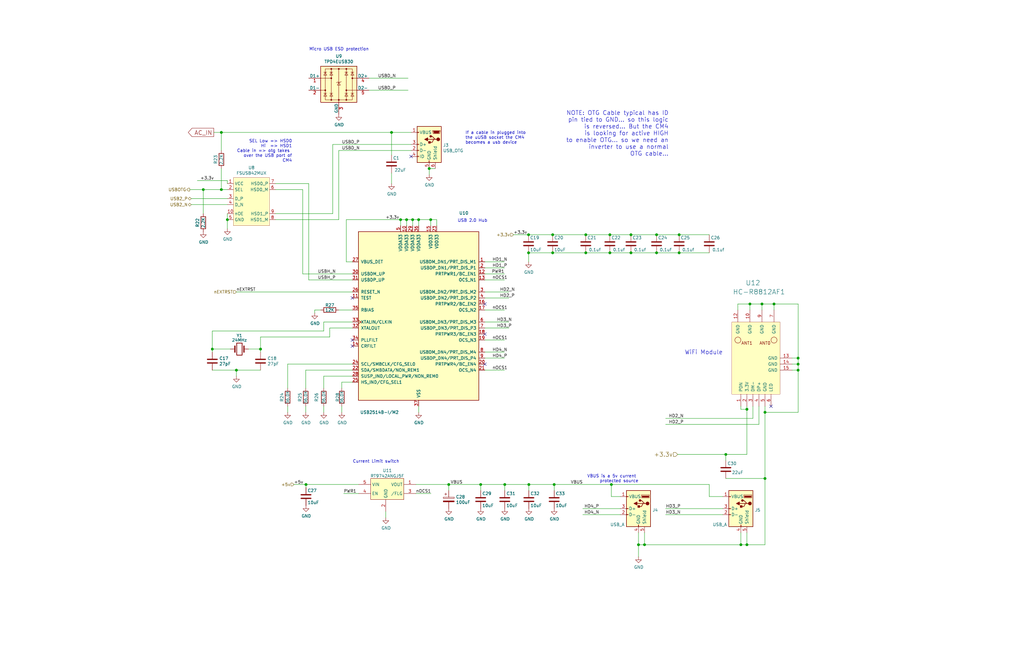
<source format=kicad_sch>
(kicad_sch (version 20210406) (generator eeschema)
  (paper "B")
  (title_block (title "ConnectBox HAT using RPi CM4") (date "2021-07-22") (rev "1.3") (comment 1 "JRA"))
  (lib_symbols
    (symbol "CM4IO:TPD4EUSB30" (pin_names (offset 0))
      (property "Reference" "U" (at -0.635 8.89 0))
      (property "Value" "TPD4EUSB30" (at 8.89 -10.16 0))
      (symbol "TPD4EUSB30_0_0"
        (rectangle (start -5.715 6.477) (end 5.715 -6.604))
        (polyline (pts (xy -3.175 -6.604) (xy -3.175 6.477)))
        (polyline (pts (xy 0 6.477) (xy 0 -6.604)))
        (polyline (pts (xy 3.175 6.477) (xy 3.175 -6.604)))
      )
      (symbol "TPD4EUSB30_0_1"
        (circle (center -5.715 -2.54) (radius 0.2794) (fill (type outline)))
        (circle (center -3.175 -6.604) (radius 0.2794) (fill (type outline)))
        (circle (center -3.175 2.54) (radius 0.2794) (fill (type outline)))
        (circle (center -3.175 6.477) (radius 0.2794) (fill (type outline)))
        (circle (center 0 -6.604) (radius 0.2794) (fill (type outline)))
        (circle (center 0 6.477) (radius 0.2794) (fill (type outline)))
        (circle (center 3.175 -6.604) (radius 0.2794) (fill (type outline)))
        (circle (center 3.175 -2.54) (radius 0.2794) (fill (type outline)))
        (circle (center 3.175 6.477) (radius 0.2794) (fill (type outline)))
        (circle (center 5.715 2.54) (radius 0.2794) (fill (type outline)))
        (rectangle (start -7.62 7.62) (end 7.62 -7.62) (stroke (width 0.254)) (fill (type background)))
        (polyline (pts (xy -7.747 2.54) (xy -3.175 2.54)))
        (polyline (pts (xy -7.62 -2.54) (xy -5.715 -2.54)))
        (polyline (pts (xy -5.08 -3.81) (xy -6.35 -3.81)))
        (polyline (pts (xy -5.08 5.08) (xy -6.35 5.08)))
        (polyline (pts (xy -2.54 -3.81) (xy -3.81 -3.81)))
        (polyline (pts (xy -2.54 5.08) (xy -3.81 5.08)))
        (polyline (pts (xy -0.635 0.889) (xy -1.016 0.635)))
        (polyline (pts (xy 0 -6.604) (xy 0 -7.62)))
        (polyline (pts (xy 0.635 0.889) (xy -0.635 0.889)))
        (polyline (pts (xy 0.635 0.889) (xy 1.016 1.143)))
        (polyline (pts (xy 3.81 -3.81) (xy 2.54 -3.81)))
        (polyline (pts (xy 3.81 5.08) (xy 2.54 5.08)))
        (polyline (pts (xy 6.35 -3.81) (xy 5.08 -3.81)))
        (polyline (pts (xy 6.35 5.08) (xy 5.08 5.08)))
        (polyline (pts (xy 7.62 -2.54) (xy 3.175 -2.54)))
        (polyline (pts (xy 7.62 2.54) (xy 5.715 2.54)))
        (polyline (pts (xy -5.08 -5.08) (xy -6.35 -5.08) (xy -5.715 -3.81) (xy -5.08 -5.08)))
        (polyline (pts (xy -5.08 3.81) (xy -6.35 3.81) (xy -5.715 5.08) (xy -5.08 3.81)))
        (polyline (pts (xy -2.54 -5.08) (xy -3.81 -5.08) (xy -3.175 -3.81) (xy -2.54 -5.08)))
        (polyline (pts (xy -2.54 3.81) (xy -3.81 3.81) (xy -3.175 5.08) (xy -2.54 3.81)))
        (polyline (pts (xy 0.635 -0.381) (xy -0.635 -0.381) (xy 0 0.889) (xy 0.635 -0.381)))
        (polyline (pts (xy 3.81 -5.08) (xy 2.54 -5.08) (xy 3.175 -3.81) (xy 3.81 -5.08)))
        (polyline (pts (xy 3.81 3.81) (xy 2.54 3.81) (xy 3.175 5.08) (xy 3.81 3.81)))
        (polyline (pts (xy 6.35 -5.08) (xy 5.08 -5.08) (xy 5.715 -3.81) (xy 6.35 -5.08)))
        (polyline (pts (xy 6.35 3.81) (xy 5.08 3.81) (xy 5.715 5.08) (xy 6.35 3.81)))
      )
      (symbol "TPD4EUSB30_1_1"
        (pin passive line (at -12.7 2.54 0) (length 5.08) (name "D1+") (number "1"))
        (pin passive line (at -12.7 2.54 0) (length 5.08) hide (name "~") (number "10"))
        (pin passive line (at -12.7 -2.54 0) (length 5.08) (name "D1-") (number "2"))
        (pin power_in line (at 0 -12.7 90) (length 5.08) (name "GND") (number "3"))
        (pin passive line (at 12.7 2.54 180) (length 5.08) (name "D2+") (number "4"))
        (pin passive line (at 12.7 -2.54 180) (length 5.08) (name "D2-") (number "5"))
        (pin passive line (at 12.7 -2.54 180) (length 5.08) hide (name "~") (number "6"))
        (pin passive line (at 12.7 2.54 180) (length 5.08) hide (name "~") (number "7"))
        (pin passive line (at 0 -12.7 90) (length 5.08) hide (name "GND") (number "8"))
        (pin passive line (at -12.7 -2.54 0) (length 5.08) hide (name "~") (number "9"))
      )
    )
    (symbol "Connector:USB_A" (pin_names (offset 1.016))
      (property "Reference" "J" (at -5.08 11.43 0))
      (property "Value" "USB_A" (at -5.08 8.89 0))
      (symbol "USB_A_0_1"
        (circle (center -3.81 2.159) (radius 0.635) (stroke (width 0.254)) (fill (type outline)))
        (circle (center -0.635 3.429) (radius 0.381) (stroke (width 0.254)) (fill (type outline)))
        (rectangle (start -1.27 4.572) (end -4.572 5.842))
        (rectangle (start -0.127 -7.62) (end 0.127 -6.858))
        (rectangle (start 5.08 -2.667) (end 4.318 -2.413))
        (rectangle (start 5.08 -0.127) (end 4.318 0.127))
        (rectangle (start 5.08 4.953) (end 4.318 5.207))
        (rectangle (start -1.524 4.826) (end -4.318 5.334) (fill (type outline)))
        (rectangle (start 0.254 1.27) (end -0.508 0.508) (stroke (width 0.254)) (fill (type outline)))
        (rectangle (start -5.08 -7.62) (end 5.08 7.62) (stroke (width 0.254)) (fill (type background)))
        (polyline (pts (xy -3.175 2.159) (xy -2.54 2.159) (xy -1.27 3.429) (xy -0.635 3.429)) (stroke (width 0.254)))
        (polyline (pts (xy -2.54 2.159) (xy -1.905 2.159) (xy -1.27 0.889) (xy 0 0.889)) (stroke (width 0.254)))
        (polyline (pts (xy 0.635 2.794) (xy 0.635 1.524) (xy 1.905 2.159) (xy 0.635 2.794)) (stroke (width 0.254)) (fill (type outline)))
      )
      (symbol "USB_A_1_1"
        (polyline (pts (xy -1.905 2.159) (xy 0.635 2.159)) (stroke (width 0.254)))
        (pin power_in line (at 7.62 5.08 180) (length 2.54) (name "VBUS") (number "1"))
        (pin bidirectional line (at 7.62 -2.54 180) (length 2.54) (name "D-") (number "2"))
        (pin bidirectional line (at 7.62 0 180) (length 2.54) (name "D+") (number "3"))
        (pin power_in line (at 0 -10.16 90) (length 2.54) (name "GND") (number "4"))
        (pin passive line (at -2.54 -10.16 90) (length 2.54) (name "Shield") (number "5"))
      )
    )
    (symbol "Connector:USB_OTG" (pin_names (offset 1.016))
      (property "Reference" "J" (at -5.08 11.43 0))
      (property "Value" "USB_OTG" (at -5.08 8.89 0))
      (symbol "USB_OTG_0_1"
        (circle (center -3.81 2.159) (radius 0.635) (stroke (width 0.254)) (fill (type outline)))
        (circle (center -0.635 3.429) (radius 0.381) (stroke (width 0.254)) (fill (type outline)))
        (rectangle (start -0.127 -7.62) (end 0.127 -6.858))
        (rectangle (start 5.08 -5.207) (end 4.318 -4.953))
        (rectangle (start 5.08 -2.667) (end 4.318 -2.413))
        (rectangle (start 5.08 -0.127) (end 4.318 0.127))
        (rectangle (start 5.08 4.953) (end 4.318 5.207))
        (rectangle (start 0.254 1.27) (end -0.508 0.508) (stroke (width 0.254)) (fill (type outline)))
        (rectangle (start -5.08 -7.62) (end 5.08 7.62) (stroke (width 0.254)) (fill (type background)))
        (polyline (pts (xy -1.905 2.159) (xy 0.635 2.159)) (stroke (width 0.254)))
        (polyline (pts (xy -3.175 2.159) (xy -2.54 2.159) (xy -1.27 3.429) (xy -0.635 3.429)) (stroke (width 0.254)))
        (polyline (pts (xy -2.54 2.159) (xy -1.905 2.159) (xy -1.27 0.889) (xy 0 0.889)) (stroke (width 0.254)))
        (polyline (pts (xy -4.699 5.842) (xy -4.699 5.588) (xy -4.445 4.826) (xy -4.445 4.572) (xy -1.651 4.572) (xy -1.651 4.826) (xy -1.397 5.588) (xy -1.397 5.842) (xy -4.699 5.842)))
        (polyline (pts (xy 0.635 2.794) (xy 0.635 1.524) (xy 1.905 2.159) (xy 0.635 2.794)) (stroke (width 0.254)) (fill (type outline)))
        (polyline (pts (xy -4.318 5.588) (xy -1.778 5.588) (xy -2.032 4.826) (xy -4.064 4.826) (xy -4.318 5.588)) (fill (type outline)))
      )
      (symbol "USB_OTG_1_1"
        (pin passive line (at 7.62 5.08 180) (length 2.54) (name "VBUS") (number "1"))
        (pin bidirectional line (at 7.62 -2.54 180) (length 2.54) (name "D-") (number "2"))
        (pin bidirectional line (at 7.62 0 180) (length 2.54) (name "D+") (number "3"))
        (pin passive line (at 7.62 -5.08 180) (length 2.54) (name "ID") (number "4"))
        (pin passive line (at 0 -10.16 90) (length 2.54) (name "GND") (number "5"))
        (pin passive line (at -2.54 -10.16 90) (length 2.54) (name "Shield") (number "6"))
      )
    )
    (symbol "Custom_1:FSUSB42MX"
      (property "Reference" "U13" (at 1.27 23.241 0))
      (property "Value" "FSUSB42MX" (at 1.27 20.9296 0))
      (symbol "FSUSB42MX_0_0"
        (pin power_in line (at 8.89 16.51 180) (length 2.54) (name "VCC") (number "1"))
        (pin input line (at 8.89 3.81 180) (length 2.54) (name "nOE") (number "10"))
        (pin input line (at 8.89 13.97 180) (length 2.54) (name "SEL") (number "2"))
        (pin bidirectional line (at 8.89 10.16 180) (length 2.54) (name "D_P") (number "3"))
        (pin bidirectional line (at 8.89 7.62 180) (length 2.54) (name "D_N") (number "4"))
        (pin power_in line (at 8.89 1.27 180) (length 2.54) (name "GND") (number "5"))
        (pin bidirectional line (at -11.43 13.97 0) (length 2.54) (name "HSD0_M") (number "6"))
        (pin bidirectional line (at -11.43 16.51 0) (length 2.54) (name "HSD0_P") (number "7"))
        (pin bidirectional line (at -11.43 1.27 0) (length 2.54) (name "HSD1_M") (number "8"))
        (pin bidirectional line (at -11.43 3.81 0) (length 2.54) (name "HSD1_P") (number "9"))
      )
      (symbol "FSUSB42MX_0_1"
        (rectangle (start -8.89 19.05) (end 6.35 -1.27) (stroke (width 0.0254)) (fill (type background)))
      )
    )
    (symbol "Custom_1:HC-R8812AU2" (pin_names (offset 1.016))
      (property "Reference" "U" (at -26.67 19.05 0))
      (property "Value" "HC-R8812AU2" (at -33.02 12.7 0))
      (symbol "HC-R8812AU2_0_0"
        (text "ANT0" (at -3.81 21.59 0) (effects (font (size 1.27 1.27))))
        (text "ANT1" (at -11.43 21.59 0) (effects (font (size 1.27 1.27))))
      )
      (symbol "HC-R8812AU2_0_1"
        (circle (center -15.24 22.86) (radius 1.27))
        (circle (center 0 22.86) (radius 1.27))
        (rectangle (start -17.78 0) (end 2.54 30.48) (stroke (width 0.0254)) (fill (type background)))
      )
      (symbol "HC-R8812AU2_1_1"
        (pin input line (at -13.97 -5.08 90) (length 5.08) (name "PDN") (number "1"))
        (pin input line (at -10.16 35.56 270) (length 5.08) (name "GND") (number "10"))
        (pin input line (at -15.24 35.56 270) (length 5.08) (name "GND") (number "12"))
        (pin input line (at 7.62 15.24 180) (length 5.08) (name "GND") (number "13"))
        (pin input line (at 7.62 12.7 180) (length 5.08) (name "GND") (number "14"))
        (pin input line (at 7.62 10.16 180) (length 5.08) (name "GND") (number "15"))
        (pin input line (at -11.43 -5.08 90) (length 5.08) (name "3.3V") (number "2"))
        (pin input line (at -8.89 -5.08 90) (length 5.08) (name "DM-") (number "3"))
        (pin input line (at -6.35 -5.08 90) (length 5.08) (name "DP+") (number "4"))
        (pin input line (at -3.81 -5.08 90) (length 5.08) (name "GND") (number "5"))
        (pin input line (at -1.27 -5.08 90) (length 5.08) (name "LED") (number "6"))
        (pin input line (at 0 35.56 270) (length 5.08) (name "GND") (number "7"))
        (pin input line (at -5.08 35.56 270) (length 5.08) (name "GND") (number "9"))
      )
    )
    (symbol "Custom_1:T9742ANGJ5F"
      (property "Reference" "U" (at -2.54 13.97 0))
      (property "Value" "T9742ANGJ5F" (at 2.54 11.43 0))
      (symbol "T9742ANGJ5F_0_1"
        (rectangle (start -7.62 8.89) (end 6.35 0) (stroke (width 0.1524)) (fill (type background)))
      )
      (symbol "T9742ANGJ5F_1_1"
        (pin power_out line (at 11.43 6.35 180) (length 5.08) (name "VOUT") (number "1"))
        (pin input line (at -1.27 -5.08 90) (length 5.08) (name "GND") (number "2"))
        (pin input line (at 11.43 2.54 180) (length 5.08) (name "/FLG") (number "3"))
        (pin input line (at -12.7 2.54 0) (length 5.08) (name "EN") (number "4"))
        (pin input line (at -12.7 6.35 0) (length 5.08) (name "VIN") (number "5"))
      )
    )
    (symbol "Device:C" (pin_numbers hide) (pin_names (offset 0.254))
      (property "Reference" "C" (at 0.635 2.54 0))
      (property "Value" "C" (at 0.635 -2.54 0))
      (symbol "C_0_1"
        (polyline (pts (xy -2.032 -0.762) (xy 2.032 -0.762)) (stroke (width 0.508)))
        (polyline (pts (xy -2.032 0.762) (xy 2.032 0.762)) (stroke (width 0.508)))
      )
      (symbol "C_1_1"
        (pin passive line (at 0 3.81 270) (length 2.794) (name "~") (number "1"))
        (pin passive line (at 0 -3.81 90) (length 2.794) (name "~") (number "2"))
      )
    )
    (symbol "Device:CP" (pin_numbers hide) (pin_names (offset 0.254))
      (property "Reference" "C" (at 0.635 2.54 0))
      (property "Value" "CP" (at 0.635 -2.54 0))
      (symbol "CP_0_1"
        (rectangle (start -2.286 0.508) (end 2.286 1.016))
        (rectangle (start 2.286 -0.508) (end -2.286 -1.016) (fill (type outline)))
        (polyline (pts (xy -1.778 2.286) (xy -0.762 2.286)))
        (polyline (pts (xy -1.27 2.794) (xy -1.27 1.778)))
      )
      (symbol "CP_1_1"
        (pin passive line (at 0 3.81 270) (length 2.794) (name "~") (number "1"))
        (pin passive line (at 0 -3.81 90) (length 2.794) (name "~") (number "2"))
      )
    )
    (symbol "Device:Crystal" (pin_numbers hide) (pin_names (offset 1.016) hide)
      (property "Reference" "Y" (at 0 3.81 0))
      (property "Value" "Crystal" (at 0 -3.81 0))
      (symbol "Crystal_0_1"
        (rectangle (start -1.143 2.54) (end 1.143 -2.54) (stroke (width 0.3048)))
        (polyline (pts (xy -2.54 0) (xy -1.905 0)))
        (polyline (pts (xy -1.905 -1.27) (xy -1.905 1.27)) (stroke (width 0.508)))
        (polyline (pts (xy 1.905 -1.27) (xy 1.905 1.27)) (stroke (width 0.508)))
        (polyline (pts (xy 2.54 0) (xy 1.905 0)))
      )
      (symbol "Crystal_1_1"
        (pin passive line (at -3.81 0 0) (length 1.27) (name "1") (number "1"))
        (pin passive line (at 3.81 0 180) (length 1.27) (name "2") (number "2"))
      )
    )
    (symbol "Device:R" (pin_numbers hide) (pin_names (offset 0))
      (property "Reference" "R" (at 2.032 0 90))
      (property "Value" "R" (at 0 0 90))
      (symbol "R_0_1"
        (rectangle (start -1.016 -2.54) (end 1.016 2.54) (stroke (width 0.254)))
      )
      (symbol "R_1_1"
        (pin passive line (at 0 3.81 270) (length 1.27) (name "~") (number "1"))
        (pin passive line (at 0 -3.81 90) (length 1.27) (name "~") (number "2"))
      )
    )
    (symbol "Interface_USB:USB2514B_Bi" (pin_names (offset 1.016))
      (property "Reference" "U" (at -17.78 40.64 0))
      (property "Value" "USB2514B_Bi" (at -20.32 38.1 0))
      (symbol "USB2514B_Bi_0_1"
        (rectangle (start -25.4 35.56) (end 25.4 -35.56) (stroke (width 0.254)) (fill (type background)))
      )
      (symbol "USB2514B_Bi_1_1"
        (pin bidirectional line (at 27.94 22.86 180) (length 2.54) (name "USBDM_DN1/PRT_DIS_M1") (number "1"))
        (pin power_in line (at -5.08 38.1 270) (length 2.54) (name "VDDA33") (number "10"))
        (pin input line (at -27.94 7.62 0) (length 2.54) (name "TEST") (number "11"))
        (pin bidirectional line (at 27.94 17.78 180) (length 2.54) (name "PRTPWR1/BC_EN1") (number "12"))
        (pin input line (at 27.94 15.24 180) (length 2.54) (name "OCS_N1") (number "13"))
        (pin input line (at -27.94 -12.7 0) (length 2.54) (name "CRFILT") (number "14"))
        (pin power_in line (at 5.08 38.1 270) (length 2.54) (name "VDD33") (number "15"))
        (pin bidirectional line (at 27.94 5.08 180) (length 2.54) (name "PRTPWR2/BC_EN2") (number "16"))
        (pin input line (at 27.94 2.54 180) (length 2.54) (name "OCS_N2") (number "17"))
        (pin bidirectional line (at 27.94 -7.62 180) (length 2.54) (name "PRTPWR3/BC_EN3") (number "18"))
        (pin input line (at 27.94 -10.16 180) (length 2.54) (name "OCS_N3") (number "19"))
        (pin bidirectional line (at 27.94 20.32 180) (length 2.54) (name "USBDP_DN1/PRT_DIS_P1") (number "2"))
        (pin bidirectional line (at 27.94 -20.32 180) (length 2.54) (name "PRTPWR4/BC_EN4") (number "20"))
        (pin input line (at 27.94 -22.86 180) (length 2.54) (name "OCS_N4") (number "21"))
        (pin bidirectional line (at -27.94 -22.86 0) (length 2.54) (name "SDA/SMBDATA/NON_REM1") (number "22"))
        (pin power_in line (at 7.62 38.1 270) (length 2.54) (name "VDD33") (number "23"))
        (pin bidirectional line (at -27.94 -20.32 0) (length 2.54) (name "SCL/SMBCLK/CFG_SEL0") (number "24"))
        (pin bidirectional line (at -27.94 -27.94 0) (length 2.54) (name "HS_IND/CFG_SEL1") (number "25"))
        (pin input line (at -27.94 10.16 0) (length 2.54) (name "RESET_N") (number "26"))
        (pin input line (at -27.94 22.86 0) (length 2.54) (name "VBUS_DET") (number "27"))
        (pin bidirectional line (at -27.94 -25.4 0) (length 2.54) (name "SUSP_IND/LOCAL_PWR/NON_REM0") (number "28"))
        (pin power_in line (at -2.54 38.1 270) (length 2.54) (name "VDDA33") (number "29"))
        (pin bidirectional line (at 27.94 10.16 180) (length 2.54) (name "USBDM_DN2/PRT_DIS_M2") (number "3"))
        (pin bidirectional line (at -27.94 17.78 0) (length 2.54) (name "USBDM_UP") (number "30"))
        (pin bidirectional line (at -27.94 15.24 0) (length 2.54) (name "USBDP_UP") (number "31"))
        (pin output line (at -27.94 -5.08 0) (length 2.54) (name "XTALOUT") (number "32"))
        (pin input clock (at -27.94 -2.54 0) (length 2.54) (name "XTALIN/CLKIN") (number "33"))
        (pin input line (at -27.94 -10.16 0) (length 2.54) (name "PLLFILT") (number "34"))
        (pin input line (at -27.94 2.54 0) (length 2.54) (name "RBIAS") (number "35"))
        (pin power_in line (at 0 38.1 270) (length 2.54) (name "VDDA33") (number "36"))
        (pin power_in line (at 0 -38.1 90) (length 2.54) (name "VSS") (number "37"))
        (pin bidirectional line (at 27.94 7.62 180) (length 2.54) (name "USBDP_DN2/PRT_DIS_P2") (number "4"))
        (pin power_in line (at -7.62 38.1 270) (length 2.54) (name "VDDA33") (number "5"))
        (pin bidirectional line (at 27.94 -2.54 180) (length 2.54) (name "USBDM_DN3/PRT_DIS_M3") (number "6"))
        (pin bidirectional line (at 27.94 -5.08 180) (length 2.54) (name "USBDP_DN3/PRT_DIS_P3") (number "7"))
        (pin bidirectional line (at 27.94 -15.24 180) (length 2.54) (name "USBDM_DN4/PRT_DIS_M4") (number "8"))
        (pin bidirectional line (at 27.94 -17.78 180) (length 2.54) (name "USBDP_DN4/PRT_DIS_P4") (number "9"))
      )
    )
    (symbol "power:GND" (power) (pin_names (offset 0))
      (property "Value" "GND" (at 0 -3.81 0))
      (symbol "GND_0_1"
        (polyline (pts (xy 0 0) (xy 0 -1.27) (xy 1.27 -1.27) (xy 0 -2.54) (xy -1.27 -1.27) (xy 0 -1.27)))
      )
      (symbol "GND_1_1"
        (pin power_in line (at 0 0 270) (length 0) hide (name "GND") (number "1"))
      )
    )
  )
  (junction (at 85.725 80.01) (diameter 1.016))
  (junction (at 89.535 147.32) (diameter 1.016))
  (junction (at 93.345 55.88) (diameter 1.016))
  (junction (at 93.345 80.01) (diameter 1.016))
  (junction (at 95.885 92.71) (diameter 1.016))
  (junction (at 99.695 156.21) (diameter 1.016))
  (junction (at 109.855 147.32) (diameter 1.016))
  (junction (at 129.032 204.47) (diameter 1.016))
  (junction (at 165.1 55.88) (diameter 1.016))
  (junction (at 168.91 92.71) (diameter 1.016))
  (junction (at 171.45 92.71) (diameter 1.016))
  (junction (at 173.99 92.71) (diameter 1.016))
  (junction (at 176.53 92.71) (diameter 1.016))
  (junction (at 180.975 71.12) (diameter 1.016))
  (junction (at 181.61 92.71) (diameter 1.016))
  (junction (at 189.23 204.47) (diameter 1.016))
  (junction (at 202.692 204.47) (diameter 1.016))
  (junction (at 212.852 204.47) (diameter 1.016))
  (junction (at 222.885 99.06) (diameter 1.016))
  (junction (at 222.885 106.68) (diameter 1.016))
  (junction (at 223.012 204.47) (diameter 1.016))
  (junction (at 233.045 99.06) (diameter 1.016))
  (junction (at 233.045 106.68) (diameter 1.016))
  (junction (at 233.68 204.47) (diameter 1.016))
  (junction (at 247.015 99.06) (diameter 1.016))
  (junction (at 247.015 106.68) (diameter 1.016))
  (junction (at 257.175 99.06) (diameter 1.016))
  (junction (at 257.175 106.68) (diameter 1.016))
  (junction (at 257.81 204.47) (diameter 1.016))
  (junction (at 266.065 99.06) (diameter 1.016))
  (junction (at 266.065 106.68) (diameter 1.016))
  (junction (at 269.24 229.87) (diameter 1.016))
  (junction (at 271.78 229.87) (diameter 1.016))
  (junction (at 276.86 99.06) (diameter 1.016))
  (junction (at 276.86 106.68) (diameter 1.016))
  (junction (at 286.385 99.06) (diameter 1.016))
  (junction (at 286.385 106.68) (diameter 1.016))
  (junction (at 306.07 191.77) (diameter 1.016))
  (junction (at 312.42 229.87) (diameter 1.016))
  (junction (at 314.96 172.72) (diameter 1.016))
  (junction (at 314.96 229.87) (diameter 1.016))
  (junction (at 316.23 128.27) (diameter 1.016))
  (junction (at 321.31 128.27) (diameter 1.016))
  (junction (at 322.58 173.99) (diameter 1.016))
  (junction (at 322.58 201.93) (diameter 1.016))
  (junction (at 326.39 128.27) (diameter 1.016))
  (junction (at 336.55 151.13) (diameter 1.016))
  (junction (at 336.55 153.67) (diameter 1.016))
  (junction (at 336.55 156.21) (diameter 1.016))
  (no_connect (at 148.59 125.73))
  (no_connect (at 148.59 143.51))
  (no_connect (at 148.59 146.05))
  (no_connect (at 173.355 66.04))
  (no_connect (at 204.47 128.27))
  (no_connect (at 204.47 140.97))
  (no_connect (at 204.47 153.67))
  (no_connect (at 325.12 171.45))
  (wire (pts (xy 80.01 80.01) (xy 85.725 80.01)))
  (wire (pts (xy 80.645 83.82) (xy 95.885 83.82)))
  (wire (pts (xy 80.645 86.36) (xy 95.885 86.36)))
  (wire (pts (xy 83.185 76.2) (xy 95.885 76.2)))
  (wire (pts (xy 85.725 80.01) (xy 85.725 90.17)))
  (wire (pts (xy 89.535 139.7) (xy 89.535 147.32)))
  (wire (pts (xy 89.535 147.32) (xy 97.155 147.32)))
  (wire (pts (xy 89.535 148.59) (xy 89.535 147.32)))
  (wire (pts (xy 89.535 156.21) (xy 99.695 156.21)))
  (wire (pts (xy 90.17 55.88) (xy 93.345 55.88)))
  (wire (pts (xy 93.345 55.88) (xy 165.1 55.88)))
  (wire (pts (xy 93.345 63.5) (xy 93.345 55.88)))
  (wire (pts (xy 93.345 71.12) (xy 93.345 80.01)))
  (wire (pts (xy 93.345 80.01) (xy 85.725 80.01)))
  (wire (pts (xy 95.885 77.47) (xy 95.885 76.2)))
  (wire (pts (xy 95.885 80.01) (xy 93.345 80.01)))
  (wire (pts (xy 95.885 90.17) (xy 95.885 92.71)))
  (wire (pts (xy 95.885 92.71) (xy 95.885 96.52)))
  (wire (pts (xy 99.695 123.19) (xy 148.59 123.19)))
  (wire (pts (xy 99.695 156.21) (xy 99.695 158.75)))
  (wire (pts (xy 99.695 156.21) (xy 109.855 156.21)))
  (wire (pts (xy 104.775 147.32) (xy 109.855 147.32)))
  (wire (pts (xy 109.855 142.24) (xy 109.855 147.32)))
  (wire (pts (xy 109.855 147.32) (xy 109.855 148.59)))
  (wire (pts (xy 116.205 77.47) (xy 130.175 77.47)))
  (wire (pts (xy 116.205 80.01) (xy 127.635 80.01)))
  (wire (pts (xy 116.205 90.17) (xy 140.335 90.17)))
  (wire (pts (xy 116.205 92.71) (xy 142.875 92.71)))
  (wire (pts (xy 121.285 153.67) (xy 148.59 153.67)))
  (wire (pts (xy 121.285 163.83) (xy 121.285 153.67)))
  (wire (pts (xy 121.285 171.45) (xy 121.285 173.99)))
  (wire (pts (xy 123.952 204.47) (xy 129.032 204.47)))
  (wire (pts (xy 127.635 80.01) (xy 127.635 115.57)))
  (wire (pts (xy 128.905 156.21) (xy 148.59 156.21)))
  (wire (pts (xy 128.905 163.83) (xy 128.905 156.21)))
  (wire (pts (xy 128.905 171.45) (xy 128.905 173.99)))
  (wire (pts (xy 129.032 204.47) (xy 151.257 204.47)))
  (wire (pts (xy 129.032 205.74) (xy 129.032 204.47)))
  (wire (pts (xy 130.175 77.47) (xy 130.175 118.11)))
  (wire (pts (xy 130.175 118.11) (xy 148.59 118.11)))
  (wire (pts (xy 132.715 130.81) (xy 132.715 132.08)))
  (wire (pts (xy 135.255 130.81) (xy 132.715 130.81)))
  (wire (pts (xy 136.525 135.89) (xy 136.525 139.7)))
  (wire (pts (xy 136.525 135.89) (xy 148.59 135.89)))
  (wire (pts (xy 136.525 139.7) (xy 89.535 139.7)))
  (wire (pts (xy 136.525 158.75) (xy 148.59 158.75)))
  (wire (pts (xy 136.525 163.83) (xy 136.525 158.75)))
  (wire (pts (xy 136.525 171.45) (xy 136.525 173.99)))
  (wire (pts (xy 139.065 138.43) (xy 139.065 142.24)))
  (wire (pts (xy 139.065 142.24) (xy 109.855 142.24)))
  (wire (pts (xy 140.335 60.96) (xy 173.355 60.96)))
  (wire (pts (xy 140.335 90.17) (xy 140.335 60.96)))
  (wire (pts (xy 142.875 63.5) (xy 173.355 63.5)))
  (wire (pts (xy 142.875 92.71) (xy 142.875 63.5)))
  (wire (pts (xy 142.875 130.81) (xy 148.59 130.81)))
  (wire (pts (xy 144.145 161.29) (xy 148.59 161.29)))
  (wire (pts (xy 144.145 163.83) (xy 144.145 161.29)))
  (wire (pts (xy 144.145 171.45) (xy 144.145 173.99)))
  (wire (pts (xy 144.907 208.28) (xy 151.257 208.28)))
  (wire (pts (xy 146.05 92.71) (xy 168.91 92.71)))
  (wire (pts (xy 146.05 110.49) (xy 146.05 92.71)))
  (wire (pts (xy 148.59 110.49) (xy 146.05 110.49)))
  (wire (pts (xy 148.59 115.57) (xy 127.635 115.57)))
  (wire (pts (xy 148.59 138.43) (xy 139.065 138.43)))
  (wire (pts (xy 155.575 33.02) (xy 172.085 33.02)))
  (wire (pts (xy 155.575 38.1) (xy 172.085 38.1)))
  (wire (pts (xy 162.687 215.9) (xy 162.687 218.44)))
  (wire (pts (xy 165.1 55.88) (xy 173.355 55.88)))
  (wire (pts (xy 165.1 65.405) (xy 165.1 55.88)))
  (wire (pts (xy 165.1 73.025) (xy 165.1 77.47)))
  (wire (pts (xy 168.91 92.71) (xy 168.91 95.25)))
  (wire (pts (xy 168.91 92.71) (xy 171.45 92.71)))
  (wire (pts (xy 171.45 92.71) (xy 171.45 95.25)))
  (wire (pts (xy 171.45 92.71) (xy 173.99 92.71)))
  (wire (pts (xy 173.99 92.71) (xy 173.99 95.25)))
  (wire (pts (xy 173.99 92.71) (xy 176.53 92.71)))
  (wire (pts (xy 175.387 204.47) (xy 189.23 204.47)))
  (wire (pts (xy 175.387 208.28) (xy 181.737 208.28)))
  (wire (pts (xy 176.53 92.71) (xy 176.53 95.25)))
  (wire (pts (xy 176.53 92.71) (xy 181.61 92.71)))
  (wire (pts (xy 176.53 171.45) (xy 176.53 173.99)))
  (wire (pts (xy 180.975 71.12) (xy 183.515 71.12)))
  (wire (pts (xy 180.975 73.66) (xy 180.975 71.12)))
  (wire (pts (xy 181.61 92.71) (xy 181.61 95.25)))
  (wire (pts (xy 181.61 92.71) (xy 184.15 92.71)))
  (wire (pts (xy 184.15 92.71) (xy 184.15 95.25)))
  (wire (pts (xy 189.23 204.47) (xy 189.23 207.01)))
  (wire (pts (xy 189.23 204.47) (xy 202.692 204.47)))
  (wire (pts (xy 202.692 204.47) (xy 212.852 204.47)))
  (wire (pts (xy 202.692 207.01) (xy 202.692 204.47)))
  (wire (pts (xy 204.47 110.49) (xy 212.725 110.49)))
  (wire (pts (xy 204.47 113.03) (xy 212.725 113.03)))
  (wire (pts (xy 204.47 115.57) (xy 212.725 115.57)))
  (wire (pts (xy 204.47 118.11) (xy 212.725 118.11)))
  (wire (pts (xy 204.47 123.19) (xy 214.63 123.19)))
  (wire (pts (xy 204.47 125.73) (xy 214.63 125.73)))
  (wire (pts (xy 204.47 130.81) (xy 212.725 130.81)))
  (wire (pts (xy 204.47 135.89) (xy 214.63 135.89)))
  (wire (pts (xy 204.47 138.43) (xy 214.63 138.43)))
  (wire (pts (xy 204.47 143.51) (xy 212.725 143.51)))
  (wire (pts (xy 204.47 148.59) (xy 212.725 148.59)))
  (wire (pts (xy 204.47 151.13) (xy 212.725 151.13)))
  (wire (pts (xy 204.47 156.21) (xy 212.725 156.21)))
  (wire (pts (xy 212.852 204.47) (xy 212.852 207.01)))
  (wire (pts (xy 212.852 204.47) (xy 223.012 204.47)))
  (wire (pts (xy 216.535 99.06) (xy 222.885 99.06)))
  (wire (pts (xy 222.885 99.06) (xy 233.045 99.06)))
  (wire (pts (xy 222.885 106.68) (xy 233.045 106.68)))
  (wire (pts (xy 222.885 110.49) (xy 222.885 106.68)))
  (wire (pts (xy 223.012 204.47) (xy 223.012 207.01)))
  (wire (pts (xy 223.012 204.47) (xy 233.68 204.47)))
  (wire (pts (xy 233.045 99.06) (xy 247.015 99.06)))
  (wire (pts (xy 233.045 106.68) (xy 247.015 106.68)))
  (wire (pts (xy 233.68 204.47) (xy 257.81 204.47)))
  (wire (pts (xy 233.68 207.01) (xy 233.68 204.47)))
  (wire (pts (xy 245.745 214.63) (xy 261.62 214.63)))
  (wire (pts (xy 245.745 217.17) (xy 261.62 217.17)))
  (wire (pts (xy 247.015 99.06) (xy 257.175 99.06)))
  (wire (pts (xy 247.015 106.68) (xy 257.175 106.68)))
  (wire (pts (xy 257.175 99.06) (xy 266.065 99.06)))
  (wire (pts (xy 257.175 106.68) (xy 266.065 106.68)))
  (wire (pts (xy 257.81 204.47) (xy 299.085 204.47)))
  (wire (pts (xy 257.81 209.55) (xy 257.81 204.47)))
  (wire (pts (xy 261.62 209.55) (xy 257.81 209.55)))
  (wire (pts (xy 266.065 99.06) (xy 276.86 99.06)))
  (wire (pts (xy 266.065 106.68) (xy 276.86 106.68)))
  (wire (pts (xy 269.24 224.79) (xy 269.24 229.87)))
  (wire (pts (xy 269.24 229.87) (xy 269.24 234.95)))
  (wire (pts (xy 269.24 229.87) (xy 271.78 229.87)))
  (wire (pts (xy 271.78 224.79) (xy 271.78 229.87)))
  (wire (pts (xy 271.78 229.87) (xy 312.42 229.87)))
  (wire (pts (xy 276.86 99.06) (xy 286.385 99.06)))
  (wire (pts (xy 276.86 106.68) (xy 286.385 106.68)))
  (wire (pts (xy 280.67 176.53) (xy 317.5 176.53)))
  (wire (pts (xy 280.67 179.07) (xy 320.04 179.07)))
  (wire (pts (xy 280.67 214.63) (xy 304.8 214.63)))
  (wire (pts (xy 280.67 217.17) (xy 304.8 217.17)))
  (wire (pts (xy 285.75 191.77) (xy 306.07 191.77)))
  (wire (pts (xy 286.385 99.06) (xy 299.085 99.06)))
  (wire (pts (xy 286.385 106.68) (xy 299.085 106.68)))
  (wire (pts (xy 299.085 209.55) (xy 299.085 204.47)))
  (wire (pts (xy 299.085 209.55) (xy 304.8 209.55)))
  (wire (pts (xy 306.07 191.77) (xy 306.07 194.31)))
  (wire (pts (xy 306.07 191.77) (xy 314.96 191.77)))
  (wire (pts (xy 311.15 128.27) (xy 311.15 130.81)))
  (wire (pts (xy 312.42 171.45) (xy 312.42 172.72)))
  (wire (pts (xy 312.42 172.72) (xy 314.96 172.72)))
  (wire (pts (xy 312.42 224.79) (xy 312.42 229.87)))
  (wire (pts (xy 312.42 229.87) (xy 314.96 229.87)))
  (wire (pts (xy 314.96 171.45) (xy 314.96 172.72)))
  (wire (pts (xy 314.96 172.72) (xy 314.96 191.77)))
  (wire (pts (xy 314.96 224.79) (xy 314.96 229.87)))
  (wire (pts (xy 314.96 229.87) (xy 322.58 229.87)))
  (wire (pts (xy 316.23 128.27) (xy 311.15 128.27)))
  (wire (pts (xy 316.23 128.27) (xy 316.23 130.81)))
  (wire (pts (xy 317.5 171.45) (xy 317.5 176.53)))
  (wire (pts (xy 320.04 171.45) (xy 320.04 179.07)))
  (wire (pts (xy 321.31 128.27) (xy 316.23 128.27)))
  (wire (pts (xy 321.31 128.27) (xy 321.31 130.81)))
  (wire (pts (xy 322.58 171.45) (xy 322.58 173.99)))
  (wire (pts (xy 322.58 173.99) (xy 322.58 201.93)))
  (wire (pts (xy 322.58 173.99) (xy 336.55 173.99)))
  (wire (pts (xy 322.58 201.93) (xy 306.07 201.93)))
  (wire (pts (xy 322.58 201.93) (xy 322.58 229.87)))
  (wire (pts (xy 326.39 128.27) (xy 321.31 128.27)))
  (wire (pts (xy 326.39 128.27) (xy 336.55 128.27)))
  (wire (pts (xy 326.39 130.81) (xy 326.39 128.27)))
  (wire (pts (xy 334.01 153.67) (xy 336.55 153.67)))
  (wire (pts (xy 334.01 156.21) (xy 336.55 156.21)))
  (wire (pts (xy 336.55 128.27) (xy 336.55 151.13)))
  (wire (pts (xy 336.55 151.13) (xy 334.01 151.13)))
  (wire (pts (xy 336.55 153.67) (xy 336.55 151.13)))
  (wire (pts (xy 336.55 156.21) (xy 336.55 153.67)))
  (wire (pts (xy 336.55 173.99) (xy 336.55 156.21)))
  (text "SEL Low => HSD0\n    Hi  => HSD1\nCable in => otg takes \nover the USB port of\nCM4" (at 123.19 68.58 0) (effects (font (size 1.27 1.27)) (justify right bottom)))
  (text "Micro USB ESD protection" (at 155.575 21.59 180) (effects (font (size 1.27 1.27)) (justify right bottom)))
  (text "Current Limit switch" (at 168.402 195.58 180) (effects (font (size 1.27 1.27)) (justify right bottom)))
  (text "If a cable in plugged into \nthe uUSB socket the CM4 \nbecomes a usb device" (at 196.215 60.96 0) (effects (font (size 1.27 1.27)) (justify left bottom)))
  (text "USB 2.0 Hub" (at 205.5368 93.9292 180) (effects (font (size 1.27 1.27)) (justify right bottom)))
  (text "VBUS is a 5v current \nprotected source" (at 269.24 203.835 180) (effects (font (size 1.27 1.27)) (justify right bottom)))
  (text "NOTE: OTG Cable typical has ID\npin tied to GND... so this logic\nis reversed... But the CM4\nis looking for active HIGH\nto enable OTG... so we need an\ninverter to use a normal\nOTG cable...\n" (at 281.94 66.04 0) (effects (font (size 1.778 1.778)) (justify right bottom)))
  (text "WiFi Module" (at 304.8 149.86 180) (effects (font (size 1.778 1.778)) (justify right bottom)))
  (label "+3.3v" (at 84.455 76.2 0))
  (label "nEXTRST" (at 99.695 123.19 0))
  (label "+5v" (at 123.952 204.47 0))
  (label "USBH_N" (at 133.985 115.57 0))
  (label "USBH_P" (at 133.985 118.11 0))
  (label "USBD_P" (at 144.145 60.96 0))
  (label "USBD_N" (at 144.145 63.5 0))
  (label "PWR1" (at 144.907 208.28 0))
  (label "USBD_N" (at 159.385 33.02 0))
  (label "USBD_P" (at 159.385 38.1 0))
  (label "+3.3v" (at 162.56 92.71 0))
  (label "nOCS1" (at 175.387 208.28 0))
  (label "VBUS" (at 189.992 204.47 0))
  (label "HD1_N" (at 207.645 110.49 0))
  (label "HD1_P" (at 207.645 113.03 0))
  (label "nOCS1" (at 207.645 118.11 0))
  (label "nOCS1" (at 207.645 130.81 0))
  (label "nOCS1" (at 207.645 143.51 0))
  (label "HD4_N" (at 207.645 148.59 0))
  (label "HD4_P" (at 207.645 151.13 0))
  (label "nOCS1" (at 207.645 156.21 0))
  (label "HD3_N" (at 209.55 135.89 0))
  (label "HD3_P" (at 209.55 138.43 0))
  (label "HD2_N" (at 210.82 123.19 0))
  (label "HD2_P" (at 210.82 125.73 0))
  (label "PWR1" (at 212.725 115.57 180))
  (label "+3.3v" (at 216.535 99.06 0))
  (label "VBUS" (at 245.745 204.47 180))
  (label "HD4_P" (at 246.38 214.63 0))
  (label "HD4_N" (at 246.38 217.17 0))
  (label "HD3_P" (at 287.02 214.63 180))
  (label "HD3_N" (at 287.02 217.17 180))
  (label "HD2_N" (at 288.29 176.53 180))
  (label "HD2_P" (at 288.29 179.07 180))
  (global_label "AC_IN" (shape output) (at 90.17 55.88 180) (effects (font (size 1.778 1.778))) (property "Intersheet References" "${INTERSHEET_REFS}" (effects hide)))
  (hierarchical_label "USBOTG" (shape output) (at 80.01 80.01 180))
  (hierarchical_label "USB2_P" (shape bidirectional) (at 80.645 83.82 180))
  (hierarchical_label "USB2_N" (shape bidirectional) (at 80.645 86.36 180))
  (hierarchical_label "nEXTRST" (shape input) (at 99.695 123.19 180))
  (hierarchical_label "+5v" (shape input) (at 123.952 204.47 180))
  (hierarchical_label "+3.3v" (shape input) (at 216.535 99.06 180))
  (hierarchical_label "+3.3v" (shape input) (at 285.75 191.77 180) (effects (font (size 1.778 1.778))))
  (symbol (lib_id "power:GND") (at 85.725 97.79 0) (unit 1)
    (property "Reference" "#PWR018" (effects hide))
    (property "Value" "GND" (at 85.852 102.1842 0))
  )
  (symbol (lib_id "power:GND") (at 95.885 96.52 0) (unit 1)
    (property "Reference" "#PWR019" (effects hide))
    (property "Value" "GND" (at 96.012 100.9142 0))
  )
  (symbol (lib_id "power:GND") (at 99.695 158.75 0) (unit 1)
    (property "Reference" "#PWR020" (effects hide))
    (property "Value" "GND" (at 99.822 163.1442 0))
  )
  (symbol (lib_id "power:GND") (at 121.285 173.99 0) (unit 1)
    (property "Reference" "#PWR021" (effects hide))
    (property "Value" "GND" (at 121.412 178.3842 0))
  )
  (symbol (lib_id "power:GND") (at 128.905 173.99 0) (unit 1)
    (property "Reference" "#PWR023" (effects hide))
    (property "Value" "GND" (at 129.032 178.3842 0))
  )
  (symbol (lib_id "power:GND") (at 129.032 213.36 0) (unit 1)
    (property "Reference" "#PWR030" (effects hide))
    (property "Value" "GND" (at 129.159 217.7542 0))
  )
  (symbol (lib_id "power:GND") (at 132.715 132.08 0) (unit 1)
    (property "Reference" "#PWR024" (effects hide))
    (property "Value" "GND" (at 132.842 136.4742 0))
  )
  (symbol (lib_id "power:GND") (at 136.525 173.99 0) (unit 1)
    (property "Reference" "#PWR025" (effects hide))
    (property "Value" "GND" (at 136.652 178.3842 0))
  )
  (symbol (lib_id "power:GND") (at 142.875 48.26 0) (unit 1)
    (property "Reference" "#PWR026" (effects hide))
    (property "Value" "GND" (at 143.002 52.6542 0))
  )
  (symbol (lib_id "power:GND") (at 144.145 173.99 0) (unit 1)
    (property "Reference" "#PWR027" (effects hide))
    (property "Value" "GND" (at 144.272 178.3842 0))
  )
  (symbol (lib_id "power:GND") (at 162.687 218.44 0) (unit 1)
    (property "Reference" "#PWR031" (effects hide))
    (property "Value" "GND" (at 162.814 222.8342 0))
  )
  (symbol (lib_id "power:GND") (at 165.1 77.47 0) (unit 1)
    (property "Reference" "#PWR0105" (effects hide))
    (property "Value" "GND" (at 165.227 81.8642 0))
  )
  (symbol (lib_id "power:GND") (at 176.53 173.99 0) (unit 1)
    (property "Reference" "#PWR028" (effects hide))
    (property "Value" "GND" (at 176.657 178.3842 0))
  )
  (symbol (lib_id "power:GND") (at 180.975 73.66 0) (unit 1)
    (property "Reference" "#PWR029" (effects hide))
    (property "Value" "GND" (at 181.102 78.0542 0))
  )
  (symbol (lib_id "power:GND") (at 189.23 214.63 0) (unit 1)
    (property "Reference" "#PWR033" (effects hide))
    (property "Value" "GND" (at 189.357 219.0242 0))
  )
  (symbol (lib_id "power:GND") (at 202.692 214.63 0) (unit 1)
    (property "Reference" "#PWR034" (effects hide))
    (property "Value" "GND" (at 202.819 219.0242 0))
  )
  (symbol (lib_id "power:GND") (at 212.852 214.63 0) (unit 1)
    (property "Reference" "#PWR035" (effects hide))
    (property "Value" "GND" (at 212.979 219.0242 0))
  )
  (symbol (lib_id "power:GND") (at 222.885 110.49 0) (unit 1)
    (property "Reference" "#PWR022" (effects hide))
    (property "Value" "GND" (at 223.012 114.8842 0))
  )
  (symbol (lib_id "power:GND") (at 223.012 214.63 0) (unit 1)
    (property "Reference" "#PWR036" (effects hide))
    (property "Value" "GND" (at 223.139 219.0242 0))
  )
  (symbol (lib_id "power:GND") (at 233.68 214.63 0) (unit 1)
    (property "Reference" "#PWR037" (effects hide))
    (property "Value" "GND" (at 233.807 219.0242 0))
  )
  (symbol (lib_id "power:GND") (at 269.24 234.95 0) (unit 1)
    (property "Reference" "#PWR0104" (effects hide))
    (property "Value" "GND" (at 269.367 239.3442 0))
  )
  (symbol (lib_id "Device:R") (at 85.725 93.98 0) (unit 1)
    (property "Reference" "R22" (at 83.312 93.98 90))
    (property "Value" "2.2K" (at 85.725 93.98 90))
    (property "Footprint" "Resistor_SMD:R_0603_1608Metric" (effects hide))
    (property "Manufacturer" "Yageo" (effects hide))
    (property "Manufacturer P/N" "RC0603FR-072K2L" (effects hide))
    (property "Description" "RES SMD 2.2K OHM 1% 1/8W 0603" (effects hide))
    (property "DigiKey P/N" "311-2K2HRCT-ND" (effects hide))
    (property "Type" "SMD" (effects hide))
  )
  (symbol (lib_id "Device:R") (at 93.345 67.31 0) (unit 1)
    (property "Reference" "R23" (at 90.932 67.31 90))
    (property "Value" "2.2K" (at 93.345 67.31 90))
    (property "Footprint" "Resistor_SMD:R_0603_1608Metric" (effects hide))
    (property "Manufacturer" "Yageo" (effects hide))
    (property "Manufacturer P/N" "RC0603FR-072K2L" (effects hide))
    (property "Description" "RES SMD 2.2K OHM 1% 1/8W 0603" (effects hide))
    (property "DigiKey P/N" "311-2K2HRCT-ND" (effects hide))
    (property "Type" "SMD" (effects hide))
  )
  (symbol (lib_id "Device:R") (at 121.285 167.64 0) (unit 1)
    (property "Reference" "R24" (at 118.872 167.64 90))
    (property "Value" "36.0K" (at 121.285 167.64 90))
    (property "Footprint" "Resistor_SMD:R_0603_1608Metric" (effects hide))
    (property "Manufacturer" "Yageo" (effects hide))
    (property "Manufacturer P/N" "RC0603FR-0736KL" (effects hide))
    (property "Description" "RES SMD 36K OHM 1% 1/8W 0603" (effects hide))
    (property "DigiKey P/N" "311-36KHRCT-ND" (effects hide))
    (property "Type" "SMD" (effects hide))
  )
  (symbol (lib_id "Device:R") (at 128.905 167.64 0) (unit 1)
    (property "Reference" "R25" (at 126.492 167.64 90))
    (property "Value" "36.0K" (at 128.905 167.64 90))
    (property "Footprint" "Resistor_SMD:R_0603_1608Metric" (effects hide))
    (property "Manufacturer" "Yageo" (effects hide))
    (property "Manufacturer P/N" "RC0603FR-0736KL" (effects hide))
    (property "Description" "RES SMD 36K OHM 1% 1/8W 0603" (effects hide))
    (property "DigiKey P/N" "311-36KHRCT-ND" (effects hide))
    (property "Type" "SMD" (effects hide))
  )
  (symbol (lib_id "Device:R") (at 136.525 167.64 0) (unit 1)
    (property "Reference" "R26" (at 133.477 167.64 90))
    (property "Value" "36.0K" (at 136.525 167.64 90))
    (property "Footprint" "Resistor_SMD:R_0603_1608Metric" (effects hide))
    (property "Manufacturer" "Yageo" (effects hide))
    (property "Manufacturer P/N" "RC0603FR-0736KL" (effects hide))
    (property "Description" "RES SMD 36K OHM 1% 1/8W 0603" (effects hide))
    (property "DigiKey P/N" "311-36KHRCT-ND" (effects hide))
    (property "Type" "SMD" (effects hide))
  )
  (symbol (lib_id "Device:R") (at 139.065 130.81 90) (unit 1)
    (property "Reference" "R27" (at 139.065 128.778 90))
    (property "Value" "12K" (at 139.065 130.81 90))
    (property "Footprint" "Resistor_SMD:R_0603_1608Metric" (effects hide))
    (property "Manufacturer" "Yageo" (effects hide))
    (property "Manufacturer P/N" "RC0603FR-0712KL" (effects hide))
    (property "Description" "RES SMD 12K OHM 1% 1/8W 0603" (effects hide))
    (property "DigiKey P/N" "311-12KHRCT-ND" (effects hide))
    (property "Type" "SMD" (effects hide))
  )
  (symbol (lib_id "Device:R") (at 144.145 167.64 0) (unit 1)
    (property "Reference" "R28" (at 142.367 167.64 90))
    (property "Value" "36.0K" (at 144.145 167.64 90))
    (property "Footprint" "Resistor_SMD:R_0603_1608Metric" (effects hide))
    (property "Manufacturer" "Yageo" (effects hide))
    (property "Manufacturer P/N" "RC0603FR-0736KL" (effects hide))
    (property "Description" "RES SMD 36K OHM 1% 1/8W 0603" (effects hide))
    (property "DigiKey P/N" "311-36KHRCT-ND" (effects hide))
    (property "Type" "SMD" (effects hide))
  )
  (symbol (lib_id "Device:C") (at 89.535 152.4 0) (unit 1)
    (property "Reference" "C17" (at 92.456 151.2316 0) (effects (justify left)))
    (property "Value" "27pF" (at 92.456 153.543 0) (effects (justify left)))
    (property "Footprint" "Capacitor_SMD:C_0603_1608Metric" (effects hide))
    (property "Manufacturer" "Murata" (effects hide))
    (property "Manufacturer P/N" "GJM1555C1H270JB01D" (effects hide))
    (property "Description" "27pF 5% 50V Ceramic Capacitor C0G, NP0 0402 (1005 Metric)" (effects hide))
    (property "DigiKey P/N" "490-17672-1-ND" (effects hide))
    (property "Type" "SMD" (effects hide))
  )
  (symbol (lib_id "Device:C") (at 109.855 152.4 0) (unit 1)
    (property "Reference" "C18" (at 112.776 151.2316 0) (effects (justify left)))
    (property "Value" "27pF" (at 112.776 153.543 0) (effects (justify left)))
    (property "Footprint" "Capacitor_SMD:C_0603_1608Metric" (effects hide))
    (property "Manufacturer" "Murata" (effects hide))
    (property "Manufacturer P/N" "GJM1555C1H270JB01D" (effects hide))
    (property "Description" "27pF 5% 50V Ceramic Capacitor C0G, NP0 0402 (1005 Metric)" (effects hide))
    (property "DigiKey P/N" "490-17672-1-ND" (effects hide))
    (property "Type" "SMD" (effects hide))
  )
  (symbol (lib_id "Device:C") (at 129.032 209.55 0) (unit 1)
    (property "Reference" "C27" (at 129.667 207.01 0) (effects (justify left)))
    (property "Value" "10uF" (at 129.667 212.09 0) (effects (justify left)))
    (property "Footprint" "Capacitor_SMD:C_0603_1608Metric" (effects hide))
    (property "Manufacturer" "Samsung Electro-Mechanics" (effects hide))
    (property "Manufacturer P/N" "C0603C106M9PACTU" (effects hide))
    (property "Description" "CAP CER 10UF 6.3V X5R 0603" (effects hide))
    (property "DigiKey P/N" "399-5504-1-ND " (effects hide))
    (property "Type" "SMD" (effects hide))
  )
  (symbol (lib_id "Device:C") (at 165.1 69.215 0) (unit 1)
    (property "Reference" "C1" (at 165.735 66.675 0) (effects (justify left)))
    (property "Value" "22uF" (at 166.37 71.755 0) (effects (justify left)))
    (property "Footprint" "Capacitor_SMD:C_0603_1608Metric" (effects hide))
    (property "Manufacturer" "Samsung" (effects hide))
    (property "Manufacturer P/N" "CL10A226MQ8NRNC" (effects hide))
    (property "Description" "CAP CER 22UF 6.3V X5R 0603" (effects hide))
    (property "DigiKey P/N" "1276-1193-1-ND" (effects hide))
    (property "Type" "SMD" (effects hide))
  )
  (symbol (lib_id "Device:CP") (at 189.23 210.82 0) (unit 1)
    (property "Reference" "C28" (at 192.2272 209.677 0) (effects (justify left)))
    (property "Value" "100uF" (at 192.2272 211.963 0) (effects (justify left)))
    (property "Footprint" "Capacitor_SMD:CP_Elec_6.3x4.5" (effects hide))
    (property "Manufacturer" "Nichicon" (effects hide))
    (property "Manufacturer P/N" "RSL0J101MCN1GB" (effects hide))
    (property "Description" "Capacitor, SP-Cap, 100u, 6.3V, 18mR ESR" (effects hide))
    (property "DigiKey P/N" "493-3819-1-ND" (effects hide))
    (property "Type" "SMD" (effects hide))
  )
  (symbol (lib_id "Device:C") (at 202.692 210.82 0) (unit 1)
    (property "Reference" "C29" (at 203.327 208.28 0) (effects (justify left)))
    (property "Value" "10uF" (at 203.327 213.36 0) (effects (justify left)))
    (property "Footprint" "Capacitor_SMD:C_0603_1608Metric" (effects hide))
    (property "Manufacturer" "Samsung Electro-Mechanics" (effects hide))
    (property "Manufacturer P/N" "C0603C106M9PACTU" (effects hide))
    (property "Description" "CAP CER 10UF 6.3V X5R 0603" (effects hide))
    (property "DigiKey P/N" "399-5504-1-ND " (effects hide))
    (property "Type" "SMD" (effects hide))
  )
  (symbol (lib_id "Device:C") (at 212.852 210.82 0) (unit 1)
    (property "Reference" "C31" (at 213.487 208.28 0) (effects (justify left)))
    (property "Value" "10uF" (at 213.487 213.36 0) (effects (justify left)))
    (property "Footprint" "Capacitor_SMD:C_0603_1608Metric" (effects hide))
    (property "Manufacturer" "Samsung Electro-Mechanics" (effects hide))
    (property "Manufacturer P/N" "C0603C106M9PACTU" (effects hide))
    (property "Description" "CAP CER 10UF 6.3V X5R 0603" (effects hide))
    (property "DigiKey P/N" "399-5504-1-ND " (effects hide))
    (property "Type" "SMD" (effects hide))
  )
  (symbol (lib_id "Device:C") (at 222.885 102.87 0) (unit 1)
    (property "Reference" "C19" (at 223.52 100.33 0) (effects (justify left)))
    (property "Value" "10uF" (at 223.52 105.41 0) (effects (justify left)))
    (property "Footprint" "Capacitor_SMD:C_0603_1608Metric" (effects hide))
    (property "Manufacturer" "Samsung Electro-Mechanics" (effects hide))
    (property "Manufacturer P/N" "C0603C106M9PACTU" (effects hide))
    (property "Description" "CAP CER 10UF 6.3V X5R 0603" (effects hide))
    (property "DigiKey P/N" "399-5504-1-ND " (effects hide))
    (property "Type" "SMD" (effects hide))
  )
  (symbol (lib_id "Device:C") (at 223.012 210.82 0) (unit 1)
    (property "Reference" "C32" (at 223.647 208.28 0) (effects (justify left)))
    (property "Value" "10uF" (at 223.647 213.36 0) (effects (justify left)))
    (property "Footprint" "Capacitor_SMD:C_0603_1608Metric" (effects hide))
    (property "Manufacturer" "Samsung Electro-Mechanics" (effects hide))
    (property "Manufacturer P/N" "C0603C106M9PACTU" (effects hide))
    (property "Description" "CAP CER 10UF 6.3V X5R 0603" (effects hide))
    (property "DigiKey P/N" "399-5504-1-ND " (effects hide))
    (property "Type" "SMD" (effects hide))
  )
  (symbol (lib_id "Device:C") (at 233.045 102.87 0) (unit 1)
    (property "Reference" "C20" (at 233.68 100.33 0) (effects (justify left)))
    (property "Value" "10uF" (at 233.68 105.41 0) (effects (justify left)))
    (property "Footprint" "Capacitor_SMD:C_0603_1608Metric" (effects hide))
    (property "Manufacturer" "Samsung Electro-Mechanics" (effects hide))
    (property "Manufacturer P/N" "C0603C106M9PACTU" (effects hide))
    (property "Description" "CAP CER 10UF 6.3V X5R 0603" (effects hide))
    (property "DigiKey P/N" "399-5504-1-ND " (effects hide))
    (property "Type" "SMD" (effects hide))
  )
  (symbol (lib_id "Device:C") (at 233.68 210.82 0) (unit 1)
    (property "Reference" "C33" (at 234.315 208.28 0) (effects (justify left)))
    (property "Value" "10uF" (at 234.315 213.36 0) (effects (justify left)))
    (property "Footprint" "Capacitor_SMD:C_0603_1608Metric" (effects hide))
    (property "Manufacturer" "Samsung Electro-Mechanics" (effects hide))
    (property "Manufacturer P/N" "C0603C106M9PACTU" (effects hide))
    (property "Description" "CAP CER 10UF 6.3V X5R 0603" (effects hide))
    (property "DigiKey P/N" "399-5504-1-ND " (effects hide))
    (property "Type" "SMD" (effects hide))
  )
  (symbol (lib_id "Device:C") (at 247.015 102.87 0) (unit 1)
    (property "Reference" "C21" (at 247.65 100.33 0) (effects (justify left)))
    (property "Value" "0.1uf" (at 248.285 105.41 0) (effects (justify left)))
    (property "Footprint" "Capacitor_SMD:C_0603_1608Metric" (effects hide))
    (property "Manufacturer" "KEMET" (effects hide))
    (property "Manufacturer P/N" "C0603C104K9PAC7867" (effects hide))
    (property "Description" "CAP CER 0.1UF 6.3V X5R 0603" (effects hide))
    (property "DigiKey P/N" "399-17575-1-ND" (effects hide))
    (property "Type" "SMD" (effects hide))
  )
  (symbol (lib_id "Device:C") (at 257.175 102.87 0) (unit 1)
    (property "Reference" "C22" (at 257.81 100.33 0) (effects (justify left)))
    (property "Value" "0.1uf" (at 258.445 105.41 0) (effects (justify left)))
    (property "Footprint" "Capacitor_SMD:C_0603_1608Metric" (effects hide))
    (property "Manufacturer" "KEMET" (effects hide))
    (property "Manufacturer P/N" "C0603C104K9PAC7867" (effects hide))
    (property "Description" "CAP CER 0.1UF 6.3V X5R 0603" (effects hide))
    (property "DigiKey P/N" "399-17575-1-ND" (effects hide))
    (property "Type" "SMD" (effects hide))
  )
  (symbol (lib_id "Device:C") (at 266.065 102.87 0) (unit 1)
    (property "Reference" "C23" (at 266.7 100.33 0) (effects (justify left)))
    (property "Value" "0.1uf" (at 267.335 105.41 0) (effects (justify left)))
    (property "Footprint" "Capacitor_SMD:C_0603_1608Metric" (effects hide))
    (property "Manufacturer" "KEMET" (effects hide))
    (property "Manufacturer P/N" "C0603C104K9PAC7867" (effects hide))
    (property "Description" "CAP CER 0.1UF 6.3V X5R 0603" (effects hide))
    (property "DigiKey P/N" "399-17575-1-ND" (effects hide))
    (property "Type" "SMD" (effects hide))
  )
  (symbol (lib_id "Device:C") (at 276.86 102.87 0) (unit 1)
    (property "Reference" "C24" (at 277.495 100.33 0) (effects (justify left)))
    (property "Value" "0.1uf" (at 278.13 105.41 0) (effects (justify left)))
    (property "Footprint" "Capacitor_SMD:C_0603_1608Metric" (effects hide))
    (property "Manufacturer" "KEMET" (effects hide))
    (property "Manufacturer P/N" "C0603C104K9PAC7867" (effects hide))
    (property "Description" "CAP CER 0.1UF 6.3V X5R 0603" (effects hide))
    (property "DigiKey P/N" "399-17575-1-ND" (effects hide))
    (property "Type" "SMD" (effects hide))
  )
  (symbol (lib_id "Device:C") (at 286.385 102.87 0) (unit 1)
    (property "Reference" "C25" (at 287.02 100.33 0) (effects (justify left)))
    (property "Value" "0.1uf" (at 287.655 105.41 0) (effects (justify left)))
    (property "Footprint" "Capacitor_SMD:C_0603_1608Metric" (effects hide))
    (property "Manufacturer" "KEMET" (effects hide))
    (property "Manufacturer P/N" "C0603C104K9PAC7867" (effects hide))
    (property "Description" "CAP CER 0.1UF 6.3V X5R 0603" (effects hide))
    (property "DigiKey P/N" "399-17575-1-ND" (effects hide))
    (property "Type" "SMD" (effects hide))
  )
  (symbol (lib_id "Device:C") (at 299.085 102.87 0) (unit 1)
    (property "Reference" "C26" (at 299.72 100.33 0) (effects (justify left)))
    (property "Value" "0.1uf" (at 300.355 105.41 0) (effects (justify left)))
    (property "Footprint" "Capacitor_SMD:C_0603_1608Metric" (effects hide))
    (property "Manufacturer" "KEMET" (effects hide))
    (property "Manufacturer P/N" "C0603C104K9PAC7867" (effects hide))
    (property "Description" "CAP CER 0.1UF 6.3V X5R 0603" (effects hide))
    (property "DigiKey P/N" "399-17575-1-ND" (effects hide))
    (property "Type" "SMD" (effects hide))
  )
  (symbol (lib_id "Device:C") (at 306.07 198.12 0) (unit 1)
    (property "Reference" "C30" (at 306.705 195.58 0) (effects (justify left)))
    (property "Value" "22uF" (at 308.61 199.39 0) (effects (justify left)))
    (property "Footprint" "Capacitor_SMD:C_0603_1608Metric" (effects hide))
    (property "Manufacturer" "Samsung" (effects hide))
    (property "Manufacturer P/N" "CL10A226MQ8NRNC" (effects hide))
    (property "Description" "CAP CER 22UF 6.3V X5R 0603" (effects hide))
    (property "DigiKey P/N" "1276-1193-1-ND" (effects hide))
    (property "Type" "SMD" (effects hide))
  )
  (symbol (lib_id "Device:Crystal") (at 100.965 147.32 0) (unit 1)
    (property "Reference" "Y1" (at 100.965 141.605 0))
    (property "Value" "24MHz" (at 100.965 143.51 0))
    (property "Footprint" "Crystal:Crystal_SMD_HC49-SD" (effects hide))
    (property "Manufacturer" "Qantek" (effects hide))
    (property "Manufacturer P/N" "QCS24.0000F18B23M" (effects hide))
    (property "Description" "24MHz Crystal 18pf 30ppm 30ppm" (effects hide))
    (property "DigiKey P/N" "Newark: 2508493" (effects hide))
    (property "Type" "SMD" (effects hide))
  )
  (symbol (lib_id "Connector:USB_OTG") (at 180.975 60.96 0) (mirror y) (unit 1)
    (property "Reference" "J3" (at 186.817 61.2394 0) (effects (justify right)))
    (property "Value" "USB_OTG" (at 186.817 63.5508 0) (effects (justify right)))
    (property "Footprint" "CM4IO:USB_Micro-B_EDAC_UCON00686" (effects hide))
    (property "Datasheet" " ~" (effects hide))
    (property "Manufacturer" "Amphenol" (effects hide))
    (property "Manufacturer P/N" "609-4050-2-ND" (effects hide))
    (property "Description" "USB - micro B USB 2.0 Receptacle Connector 5 Position Surface Mount, Right Angle; Through Hole" (effects hide))
    (property "DigiKey P/N" "609-4050-2-ND" (effects hide))
    (property "Type" "SMD" (effects hide))
  )
  (symbol (lib_id "Connector:USB_A") (at 269.24 214.63 0) (mirror y) (unit 1)
    (property "Reference" "J4" (at 275.0821 215.2661 0) (effects (justify right)))
    (property "Value" "USB_A" (at 257.3021 221.3748 0) (effects (justify right)))
    (property "Footprint" "CustomComponents:USB_A" (effects hide))
    (property "Datasheet" " ~" (effects hide))
    (property "Manufacturer" "On Shore Technology" (effects hide))
    (property "Manufacturer P/N" "USB-A1HSW6" (effects hide))
    (property "Description" "CONN RCPT TYPEA 4POS R/A, USB-A" (effects hide))
    (property "DigiKey P/N" "ED2989-ND" (effects hide))
    (property "Type" "Thru Hole" (effects hide))
  )
  (symbol (lib_id "Connector:USB_A") (at 312.42 214.63 0) (mirror y) (unit 1)
    (property "Reference" "J5" (at 318.2621 215.2661 0) (effects (justify right)))
    (property "Value" "USB_A" (at 300.4821 221.3748 0) (effects (justify right)))
    (property "Footprint" "CustomComponents:USB_A" (effects hide))
    (property "Datasheet" " ~" (effects hide))
    (property "Manufacturer" "On Shore Technology" (effects hide))
    (property "Manufacturer P/N" "USB-A1HSW6" (effects hide))
    (property "Description" "CONN RCPT TYPEA 4POS R/A, USB-A" (effects hide))
    (property "DigiKey P/N" "ED2989-ND" (effects hide))
    (property "Type" "Thru Hole" (effects hide))
  )
  (symbol (lib_id "Custom_1:T9742ANGJ5F") (at 163.957 210.82 0) (unit 1)
    (property "Reference" "U11" (at 163.322 198.5476 0))
    (property "Value" "RT9742ANGJ5F" (at 163.322 200.8463 0))
    (property "Footprint" "Package_TO_SOT_SMD:SOT-23-5" (effects hide))
    (property "Manufacturer" "Richtek" (effects hide))
    (property "Manufacturer P/N" "RT9742ANGJ5F" (effects hide))
    (property "Description" "Power Switch/Driver 1:1 N-Channel 3A TSOT-23-5 " (effects hide))
    (property "DigiKey P/N" "1028-1427-1-ND" (effects hide))
    (property "Type" "SMD" (effects hide))
  )
  (symbol (lib_id "Custom_1:FSUSB42MX") (at 104.775 93.98 0) (mirror y) (unit 1)
    (property "Reference" "U8" (at 106.045 70.739 0))
    (property "Value" "FSUSB42MUX" (at 106.045 73.0504 0))
    (property "Footprint" "Package_SO:MSOP-10_3x3mm_P0.5mm" (effects hide))
    (property "Datasheet" "https://www.onsemi.com/pub/Collateral/FSUSB42-D.PDF" (effects hide))
    (property "Manufacturer" "ON Semiconductor" (effects hide))
    (property "Manufacturer P/N" "FSUSB42MUX" (effects hide))
    (property "Description" "USB Switch IC 1 Channel 10-MSOP" (effects hide))
    (property "DigiKey P/N" "FSUSB42MUXCT-ND " (effects hide))
    (property "Type" "SMD" (effects hide))
  )
  (symbol (lib_id "CM4IO:TPD4EUSB30") (at 142.875 35.56 0) (unit 1)
    (property "Reference" "U9" (at 142.875 23.6982 0))
    (property "Value" "TPD4EUSB30" (at 142.875 26.0096 0))
    (property "Footprint" "CustomComponents:USON-10_2.5x1.0mm_P0.5mm" (effects hide))
    (property "Manufacturer" "TI" (effects hide))
    (property "Manufacturer P/N" "TPD4EUSB30DQAR" (effects hide))
    (property "Description" "Quad TVS diode for high speed signals (USB3, GigE etc.)" (effects hide))
    (property "DigiKey P/N" "296-28063-1-ND" (effects hide))
    (property "Type" "SMD" (effects hide))
  )
  (symbol (lib_id "Custom_1:HC-R8812AU2") (at 326.39 166.37 0) (unit 1)
    (property "Reference" "U12" (at 317.5 119.38 0) (effects (font (size 2.032 2.032))))
    (property "Value" "HC-R8812AF1" (at 320.04 123.19 0) (effects (font (size 2.032 2.032))))
    (property "Footprint" "CustomComponents:HC-R8812AU2-th-1" (effects hide))
  )
  (symbol (lib_id "Interface_USB:USB2514B_Bi") (at 176.53 133.35 0) (unit 1)
    (property "Reference" "U10" (at 195.58 89.8906 0))
    (property "Value" "USB2514B-I/M2" (at 160.02 173.99 0))
    (property "Footprint" "Package_DFN_QFN:QFN-36-1EP_6x6mm_P0.5mm_EP3.7x3.7mm" (effects hide))
    (property "Datasheet" "http://ww1.microchip.com/downloads/en/DeviceDoc/00001692C.pdf" (effects hide))
    (property "Manufacturer" "MicroChip" (effects hide))
    (property "Manufacturer P/N" "USB2514B-I/M2" (effects hide))
    (property "Description" "USB Hub Controller USB Interface 36-SQFN (6x6)" (effects hide))
    (property "DigiKey P/N" "USB2514B/M2-ND" (effects hide))
    (property "Type" "SMD" (effects hide))
  )
)
</source>
